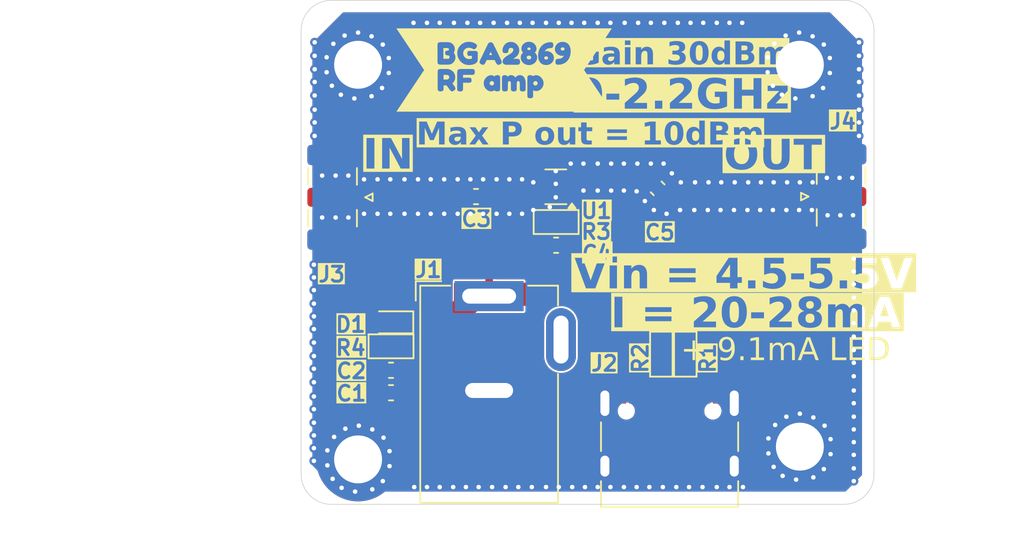
<source format=kicad_pcb>
(kicad_pcb (version 20241229) (generator "pcbnew") (generator_version "9.0")
  (layers (0 "F.Cu" signal) (2 "B.Cu" signal) (13 "F.Paste" user) (15 "B.Paste" user) (5 "F.SilkS" user "F.Silkscreen") (7 "B.SilkS" user "B.Silkscreen") (1 "F.Mask" user) (3 "B.Mask" user) (25 "Edge.Cuts" user))
  (net 0 "")
  (net 1 "+5V")
  (net 2 "Earth")
  (net 3 "Net-(C3-Pad1)")
  (net 4 "Net-(J3-In)")
  (net 5 "Net-(U1-Vcc)")
  (net 6 "Net-(J4-In)")
  (net 7 "Net-(C5-Pad1)")
  (net 8 "Net-(D1-A)")
  (net 11 "Net-(J2-CC2)")
  (net 13 "Net-(J2-CC1)")
  (footprint "Package_TO_SOT_SMD:SOT-363_SC-70-6" (layer "F.Cu") (at 138.95 59.6 180)
    (property "Reference" "U1" (at -2.719436 -1.608079 0) (layer "F.SilkS" knockout) (effects (font (thickness 0.2) (bold yes))))
    (property "Value" "BGA2869")
    (pad "1" smd roundrect (at -0.95 -0.65 180) (size 0.65 0.4) (layers "F.Cu" "F.Mask" "F.Paste") (net 5 "Net-(U1-Vcc)"))
    (pad "2" smd roundrect (at -0.95 0 180) (size 0.65 0.4) (layers "F.Cu" "F.Mask" "F.Paste") (net 2 "Earth"))
    (pad "3" smd roundrect (at -0.95 0.65 180) (size 0.65 0.4) (layers "F.Cu" "F.Mask" "F.Paste") (net 7 "Net-(C5-Pad1)"))
    (pad "4" smd roundrect (at 0.95 0.65 180) (size 0.65 0.4) (layers "F.Cu" "F.Mask" "F.Paste") (net 2 "Earth"))
    (pad "5" smd roundrect (at 0.95 0 180) (size 0.65 0.4) (layers "F.Cu" "F.Mask" "F.Paste") (net 2 "Earth"))
    (pad "6" smd roundrect (at 0.95 -0.65 180) (size 0.65 0.4) (layers "F.Cu" "F.Mask" "F.Paste") (net 3 "Net-(C3-Pad1)"))
  )
  (footprint "LED_SMD:LED_0603_1608Metric" (layer "F.Cu") (at 127.95 68.65 180)
    (property "Reference" "D1" (at 2.7 -0.15 0) (layer "F.SilkS" knockout) (effects (font (thickness 0.2) (bold yes))))
    (property "Value" "LED")
    (pad "1" smd roundrect (at -0.7875 0 180) (size 0.875 0.95) (layers "F.Cu" "F.Mask" "F.Paste") (net 2 "Earth"))
    (pad "2" smd roundrect (at 0.7875 0 180) (size 0.875 0.95) (layers "F.Cu" "F.Mask" "F.Paste") (net 8 "Net-(D1-A)"))
  )
  (footprint "Connector_USB:USB_C_Receptacle_G-Switch_GT-USB-7010ASV" (layer "F.Cu") (at 146.55 77.175)
    (property "Reference" "J2" (at -4.35 -5.775 180) (layer "F.SilkS" knockout) (effects (font (thickness 0.2) (bold yes))))
    (property "Value" "USB_C_Receptacle_USB2.0_16P")
    (pad "" np_thru_hole circle (at -2.89 -2.605) (size 0.65 0.65) (drill 0.65) (layers "*.Cu" "*.Mask"))
    (pad "" np_thru_hole circle (at 2.89 -2.605) (size 0.65 0.65) (drill 0.65) (layers "*.Cu" "*.Mask"))
    (pad "A1" smd rect (at -3.2 -3.725) (size 0.6 1.24) (layers "F.Cu" "F.Mask" "F.Paste") (net 2 "Earth"))
    (pad "A4" smd rect (at -2.4 -3.725) (size 0.6 1.24) (layers "F.Cu" "F.Mask" "F.Paste") (net 1 "+5V"))
    (pad "A5" smd rect (at -1.25 -3.725) (size 0.3 1.24) (layers "F.Cu" "F.Mask" "F.Paste") (net 13 "Net-(J2-CC1)"))
    (pad "A6" smd rect (at -0.25 -3.725) (size 0.3 1.24) (layers "F.Cu" "F.Mask" "F.Paste"))
    (pad "A7" smd rect (at 0.25 -3.725) (size 0.3 1.24) (layers "F.Cu" "F.Mask" "F.Paste"))
    (pad "A8" smd rect (at 1.25 -3.725) (size 0.3 1.24) (layers "F.Cu" "F.Mask" "F.Paste"))
    (pad "A9" smd rect (at 2.4 -3.725) (size 0.6 1.24) (layers "F.Cu" "F.Mask" "F.Paste") (net 1 "+5V"))
    (pad "A12" smd rect (at 3.2 -3.725) (size 0.6 1.24) (layers "F.Cu" "F.Mask" "F.Paste") (net 2 "Earth"))
    (pad "B1" smd rect (at 3.2 -3.725) (size 0.6 1.24) (layers "F.Cu" "F.Mask" "F.Paste") (net 2 "Earth"))
    (pad "B4" smd rect (at 2.4 -3.725) (size 0.6 1.24) (layers "F.Cu" "F.Mask" "F.Paste") (net 1 "+5V"))
    (pad "B5" smd rect (at 1.75 -3.725) (size 0.3 1.24) (layers "F.Cu" "F.Mask" "F.Paste") (net 11 "Net-(J2-CC2)"))
    (pad "B6" smd rect (at 0.75 -3.725) (size 0.3 1.24) (layers "F.Cu" "F.Mask" "F.Paste"))
    (pad "B7" smd rect (at -0.75 -3.725) (size 0.3 1.24) (layers "F.Cu" "F.Mask" "F.Paste"))
    (pad "B8" smd rect (at -1.75 -3.725) (size 0.3 1.24) (layers "F.Cu" "F.Mask" "F.Paste"))
    (pad "B9" smd rect (at -2.4 -3.725) (size 0.6 1.24) (layers "F.Cu" "F.Mask" "F.Paste") (net 1 "+5V"))
    (pad "B12" smd rect (at -3.2 -3.725) (size 0.6 1.24) (layers "F.Cu" "F.Mask" "F.Paste") (net 2 "Earth"))
    (pad "S1" thru_hole oval (at -4.32 -3.125) (size 1 2.1) (drill oval 0.6 1.7) (property pad_prop_heatsink) (layers "*.Cu" "*.Mask") (net 2 "Earth"))
    (pad "S1" thru_hole oval (at -4.32 1.075) (size 1 1.8) (drill oval 0.6 1.4) (property pad_prop_heatsink) (layers "*.Cu" "*.Mask") (net 2 "Earth"))
    (pad "S1" thru_hole oval (at 4.32 -3.125) (size 1 2.1) (drill oval 0.6 1.7) (property pad_prop_heatsink) (layers "*.Cu" "*.Mask") (net 2 "Earth"))
    (pad "S1" thru_hole oval (at 4.32 1.075) (size 1 1.8) (drill oval 0.6 1.4) (property pad_prop_heatsink) (layers "*.Cu" "*.Mask") (net 2 "Earth"))
  )
  (footprint "MountingHole:MountingHole_3.2mm_M3_DIN965_Pad_TopBottom" (layer "F.Cu") (at 155.25 76.95)
    (property "Reference" "H2" (hide yes))
    (property "Value" "MountingHole_M3_3.2mm_Pad")
    (pad "1" thru_hole circle (at 0 0) (size 3.6 3.6) (drill 3.2) (layers "*.Cu" "*.Mask") (net 2 "Earth"))
    (pad "1" connect circle (at 0 0) (size 5.6 5.6) (layers "F.Cu" "F.Mask") (net 2 "Earth"))
    (pad "1" connect circle (at 0 0) (size 5.6 5.6) (layers "B.Cu" "B.Mask") (net 2 "Earth"))
  )
  (footprint "Connector_Coaxial:SMA_Samtec_SMA-J-P-H-ST-EM1_EdgeMount" (layer "F.Cu") (at 123.9625 60.3 180)
    (property "Reference" "J3" (at -0.025 -5.15 0) (layer "F.SilkS" knockout) (effects (font (thickness 0.2) (bold yes))))
    (property "Value" "Conn_Coaxial")
    (pad "1" smd roundrect (at 0 0 270) (size 1.27 3.2) (layers "F.Cu" "F.Mask") (roundrect_rratio 0.1968503937) (net 4 "Net-(J3-In)"))
    (pad "2" smd roundrect (at -0.25 -2.825 270) (size 1.35 3.7) (layers "F.Cu" "F.Mask") (roundrect_rratio 0.1851851852) (net 2 "Earth"))
    (pad "2" smd roundrect (at -0.25 -2.825 270) (size 1.35 3.7) (layers "B.Cu" "B.Mask") (roundrect_rratio 0.1851851852) (net 2 "Earth"))
    (pad "2" smd roundrect (at -0.25 2.825 270) (size 1.35 3.7) (layers "F.Cu" "F.Mask") (roundrect_rratio 0.1851851852) (net 2 "Earth"))
    (pad "2" smd roundrect (at -0.25 2.825 270) (size 1.35 3.7) (layers "B.Cu" "B.Mask") (roundrect_rratio 0.1851851852) (net 2 "Earth"))
  )
  (footprint "PCM_Resistor_SMD_AKL:R_0603_1608Metric" (layer "F.Cu") (at 147.55 70.775 90)
    (property "Reference" "R1" (at -0.275 1.55 90) (layer "F.SilkS" knockout) (effects (font (thickness 0.2) (bold yes))))
    (property "Value" "5.1K" (hide yes))
    (pad "1" smd roundrect (at -0.825 0 90) (size 0.8 0.95) (layers "F.Cu" "F.Mask" "F.Paste") (net 11 "Net-(J2-CC2)"))
    (pad "2" smd roundrect (at 0.825 0 90) (size 0.8 0.95) (layers "F.Cu" "F.Mask" "F.Paste") (net 2 "Earth"))
  )
  (footprint "PCM_Resistor_SMD_AKL:R_0603_1608Metric" (layer "F.Cu") (at 138.975 61.95)
    (property "Reference" "R3" (at 2.675 0.65 0) (layer "F.SilkS" knockout) (effects (font (thickness 0.2) (bold yes))))
    (property "Value" "0R" (hide yes))
    (pad "1" smd roundrect (at -0.825 0) (size 0.8 0.95) (layers "F.Cu" "F.Mask" "F.Paste") (net 1 "+5V"))
    (pad "2" smd roundrect (at 0.825 0) (size 0.8 0.95) (layers "F.Cu" "F.Mask" "F.Paste") (net 5 "Net-(U1-Vcc)"))
  )
  (footprint "MountingHole:MountingHole_3.2mm_M3_DIN965_Pad_TopBottom" (layer "F.Cu") (at 125.75 51.45)
    (property "Reference" "H4" (hide yes))
    (property "Value" "MountingHole:MountingHole_3.2mm_M3_DIN965_Pad_TopBottom")
    (pad "1" thru_hole circle (at 0 0) (size 3.6 3.6) (drill 3.2) (layers "*.Cu" "*.Mask") (net 2 "Earth"))
    (pad "1" connect circle (at 0 0) (size 5.6 5.6) (layers "F.Cu" "F.Mask") (net 2 "Earth"))
    (pad "1" connect circle (at 0 0) (size 5.6 5.6) (layers "B.Cu" "B.Mask") (net 2 "Earth"))
  )
  (footprint "PCM_Resistor_SMD_AKL:R_0603_1608Metric" (layer "F.Cu") (at 146.05 70.775 90)
    (property "Reference" "R2" (at -0.275 -1.45 270) (layer "F.SilkS" knockout) (effects (font (thickness 0.2) (bold yes))))
    (property "Value" "5.1K" (hide yes))
    (pad "1" smd roundrect (at -0.825 0 90) (size 0.8 0.95) (layers "F.Cu" "F.Mask" "F.Paste") (net 13 "Net-(J2-CC1)"))
    (pad "2" smd roundrect (at 0.825 0 90) (size 0.8 0.95) (layers "F.Cu" "F.Mask" "F.Paste") (net 2 "Earth"))
  )
  (footprint "Capacitor_SMD:C_0603_1608Metric" (layer "F.Cu") (at 127.95 73.35 180)
    (property "Reference" "C1" (at 2.65 -0.05 0) (layer "F.SilkS" knockout) (effects (font (thickness 0.2) (bold yes))))
    (property "Value" "470pF")
    (pad "1" smd roundrect (at -0.775 0 180) (size 0.9 0.95) (layers "F.Cu" "F.Mask" "F.Paste") (net 1 "+5V"))
    (pad "2" smd roundrect (at 0.775 0 180) (size 0.9 0.95) (layers "F.Cu" "F.Mask" "F.Paste") (net 2 "Earth"))
  )
  (footprint "Capacitor_SMD:C_0603_1608Metric" (layer "F.Cu") (at 127.95 71.85 180)
    (property "Reference" "C2" (at 2.65 -0.05 0) (layer "F.SilkS" knockout) (effects (font (thickness 0.2) (bold yes))))
    (property "Value" "22uF")
    (pad "1" smd roundrect (at -0.775 0 180) (size 0.9 0.95) (layers "F.Cu" "F.Mask" "F.Paste") (net 1 "+5V"))
    (pad "2" smd roundrect (at 0.775 0 180) (size 0.9 0.95) (layers "F.Cu" "F.Mask" "F.Paste") (net 2 "Earth"))
  )
  (footprint "Capacitor_SMD:C_0603_1608Metric" (layer "F.Cu") (at 138.975 63.5 180)
    (property "Reference" "C4" (at -2.725 -0.55 0) (layer "F.SilkS" knockout) (effects (font (thickness 0.2) (bold yes))))
    (property "Value" "470pF")
    (pad "1" smd roundrect (at -0.775 0 180) (size 0.9 0.95) (layers "F.Cu" "F.Mask" "F.Paste") (net 5 "Net-(U1-Vcc)"))
    (pad "2" smd roundrect (at 0.775 0 180) (size 0.9 0.95) (layers "F.Cu" "F.Mask" "F.Paste") (net 2 "Earth"))
  )
  (footprint "MountingHole:MountingHole_3.2mm_M3_DIN965_Pad_TopBottom" (layer "F.Cu") (at 155.25 51.45)
    (property "Reference" "H3" (hide yes))
    (property "Value" "MountingHole_M3_3.2mm_Pad")
    (pad "1" thru_hole circle (at 0 0) (size 3.6 3.6) (drill 3.2) (layers "*.Cu" "*.Mask") (net 2 "Earth"))
    (pad "1" connect circle (at 0 0) (size 5.6 5.6) (layers "F.Cu" "F.Mask") (net 2 "Earth"))
    (pad "1" connect circle (at 0 0) (size 5.6 5.6) (layers "B.Cu" "B.Mask") (net 2 "Earth"))
  )
  (footprint "PCM_Resistor_SMD_AKL:R_0603_1608Metric" (layer "F.Cu") (at 127.95 70.25)
    (property "Reference" "R4" (at -2.7 0.1 0) (layer "F.SilkS" knockout) (effects (font (thickness 0.2) (bold yes))))
    (property "Value" "330R" (hide yes))
    (pad "1" smd roundrect (at -0.825 0) (size 0.8 0.95) (layers "F.Cu" "F.Mask" "F.Paste") (net 8 "Net-(D1-A)"))
    (pad "2" smd roundrect (at 0.825 0) (size 0.8 0.95) (layers "F.Cu" "F.Mask" "F.Paste") (net 1 "+5V"))
  )
  (footprint "Connector_Coaxial:SMA_Samtec_SMA-J-P-H-ST-EM1_EdgeMount" (layer "F.Cu") (at 158.0875 60.25)
    (property "Reference" "J4" (at 0.025 -5.01 180) (layer "F.SilkS" knockout) (effects (font (thickness 0.2) (bold yes))))
    (property "Value" "Conn_Coaxial")
    (pad "1" smd roundrect (at 0 0 90) (size 1.27 3.2) (layers "F.Cu" "F.Mask") (roundrect_rratio 0.1968503937) (net 6 "Net-(J4-In)"))
    (pad "2" smd roundrect (at -0.25 -2.825 90) (size 1.35 3.7) (layers "F.Cu" "F.Mask") (roundrect_rratio 0.1851851852) (net 2 "Earth"))
    (pad "2" smd roundrect (at -0.25 -2.825 90) (size 1.35 3.7) (layers "B.Cu" "B.Mask") (roundrect_rratio 0.1851851852) (net 2 "Earth"))
    (pad "2" smd roundrect (at -0.25 2.825 90) (size 1.35 3.7) (layers "F.Cu" "F.Mask") (roundrect_rratio 0.1851851852) (net 2 "Earth"))
    (pad "2" smd roundrect (at -0.25 2.825 90) (size 1.35 3.7) (layers "B.Cu" "B.Mask") (roundrect_rratio 0.1851851852) (net 2 "Earth"))
  )
  (footprint "MountingHole:MountingHole_3.2mm_M3_DIN965_Pad_TopBottom" (layer "F.Cu") (at 125.75 77.8)
    (property "Reference" "H1" (hide yes))
    (property "Value" "MountingHole_M3_3.2mm_Pad")
    (pad "1" thru_hole circle (at 0 0) (size 3.6 3.6) (drill 3.2) (layers "*.Cu" "*.Mask") (net 2 "Earth"))
    (pad "1" connect circle (at 0 0) (size 5.6 5.6) (layers "F.Cu" "F.Mask") (net 2 "Earth"))
    (pad "1" connect circle (at 0 0) (size 5.6 5.6) (layers "B.Cu" "B.Mask") (net 2 "Earth"))
  )
  (footprint "kibuzzard-68154E88" (layer "F.Cu") (at 135.5 51.8)
    (property "Reference" "kibuzzard-68154E88" (hide yes))
    (property "Value" "G***" (hide yes))
  )
  (footprint "Connector_BarrelJack:BarrelJack_GCT_DCJ200-10-A_Horizontal" (layer "F.Cu") (at 134.5 66.9)
    (property "Reference" "J1" (at -4.05 -1.75 0) (layer "F.SilkS" knockout) (effects (font (thickness 0.2) (bold yes))))
    (property "Value" "Barrel_Jack_MountingPin")
    (pad "1" thru_hole rect (at 0 0) (size 4.6 2) (drill oval 3.6 1) (layers "*.Cu" "*.Mask") (net 1 "+5V"))
    (pad "2" thru_hole oval (at 0 6.3) (size 4.2 2) (drill oval 3.2 1) (layers "*.Cu" "*.Mask") (net 2 "Earth"))
    (pad "3" thru_hole oval (at 4.8 2.9) (size 2 4.2) (drill oval 1 3.2) (layers "*.Cu" "*.Mask"))
  )
  (footprint "Capacitor_SMD:C_0603_1608Metric" (layer "F.Cu") (at 133.625 60.25 180)
    (property "Reference" "C3" (at -0.025 -1.5 0) (layer "F.SilkS" knockout) (effects (font (thickness 0.2) (bold yes))))
    (property "Value" "470pF")
    (pad "1" smd roundrect (at -0.775 0 180) (size 0.9 0.95) (layers "F.Cu" "F.Mask" "F.Paste") (net 3 "Net-(C3-Pad1)"))
    (pad "2" smd roundrect (at 0.775 0 180) (size 0.9 0.95) (layers "F.Cu" "F.Mask" "F.Paste") (net 4 "Net-(J3-In)"))
  )
  (footprint "Capacitor_SMD:C_0603_1608Metric" (layer "F.Cu") (at 145.751992 59.701992 -45)
    (property "Reference" "C5" (at 2.189214 1.979899 0) (layer "F.SilkS" knockout) (effects (font (thickness 0.2) (bold yes))))
    (property "Value" "470pF")
    (pad "1" smd roundrect (at -0.775 0 315) (size 0.9 0.95) (layers "F.Cu" "F.Mask" "F.Paste") (net 7 "Net-(C5-Pad1)"))
    (pad "2" smd roundrect (at 0.775 0 315) (size 0.9 0.95) (layers "F.Cu" "F.Mask" "F.Paste") (net 6 "Net-(J4-In)"))
  )
  (gr_line (start 121.95 49.15) (end 121.95 78.8) (stroke (width 0.05)) (layer "Edge.Cuts"))
  (gr_arc (start 160.2 78.8) (mid 159.614214 80.214214) (end 158.2 80.8) (stroke (width 0.05)) (layer "Edge.Cuts"))
  (gr_arc (start 158.2 47.15) (mid 159.614214 47.735786) (end 160.2 49.15) (stroke (width 0.05)) (layer "Edge.Cuts"))
  (gr_line (start 158.2 47.15) (end 123.95 47.15) (stroke (width 0.05)) (layer "Edge.Cuts"))
  (gr_line (start 158.2 80.8) (end 123.95 80.8) (stroke (width 0.05)) (layer "Edge.Cuts"))
  (gr_line (start 160.2 78.8) (end 160.2 49.15) (stroke (width 0.05)) (layer "Edge.Cuts"))
  (gr_arc (start 121.95 49.15) (mid 122.535786 47.735786) (end 123.95 47.15) (stroke (width 0.05)) (layer "Edge.Cuts"))
  (gr_arc (start 123.95 80.8) (mid 122.535786 80.214214) (end 121.95 78.8) (stroke (width 0.05)) (layer "Edge.Cuts"))
  (gr_text "OUT" (at 153.45 57.6 0) (layer "F.SilkS" knockout) (effects (font (size 2 2) (thickness 0.2) (bold yes))))
  (gr_text "Max P out = 10dBm" (at 141.25 56.15 0) (layer "F.SilkS" knockout) (effects (font (size 1.5 1.5) (thickness 0.2) (bold yes))))
  (gr_text "0-2.2GHz" (at 147.4 53.55 0) (layer "F.SilkS" knockout) (effects (font (size 2 2) (thickness 0.2) (bold yes))))
  (gr_text "Vin = 4.5-5.5V" (at 151.5 65.55 0) (layer "F.SilkS" knockout) (effects (font (size 2 2) (thickness 0.2) (bold yes))))
  (gr_text "IN" (at 127.75 57.55 0) (layer "F.SilkS" knockout) (effects (font (size 2 2) (thickness 0.2) (bold yes))))
  (gr_text "I = 20-28mA" (at 152.3 68.15 0) (layer "F.SilkS" knockout) (effects (font (size 2 2) (thickness 0.2) (bold yes))))
  (gr_text "+ 9.1mA LED" (at 154.3 70.55 0) (layer "F.SilkS") (effects (font (size 1.5 1.5))))
  (gr_text "Gain 30dBm" (at 147.4 50.8 0) (layer "F.SilkS" knockout) (effects (font (size 1.5 1.5) (thickness 0.2) (bold yes))))
  (segment (start 128.775 70.25) (end 128.775 73.3) (width 0.5032) (layer "F.Cu") (net 1))
  (segment (start 128.775 73.3) (end 128.725 73.35) (width 0.5032) (layer "F.Cu") (net 1))
  (segment (start 138.15 61.95) (end 134.5 65.6) (width 0.5032) (layer "F.Cu") (net 1))
  (segment (start 134.5 65.6) (end 134.5 66.9) (width 0.5032) (layer "F.Cu") (net 1))
  (via (at 140.05 79.65) (size 0.6) (drill 0.3) (layers "F.Cu" "B.Cu") (net 2))
  (via (at 123.7 77.2) (size 0.6) (drill 0.3) (layers "F.Cu" "B.Cu") (net 2))
  (via (at 129.5 79.65) (size 0.6) (drill 0.3) (layers "F.Cu" "B.Cu") (net 2))
  (via (at 122.8 72.65) (size 0.6) (drill 0.3) (layers "F.Cu" "B.Cu") (net 2))
  (via (at 156.8 53) (size 0.6) (drill 0.3) (layers "F.Cu" "B.Cu") (net 2))
  (via (at 158.85 76.65) (size 0.6) (drill 0.3) (layers "F.Cu" "B.Cu") (net 2))
  (via (at 156.85 78.45) (size 0.6) (drill 0.3) (layers "F.Cu" "B.Cu") (net 2))
  (via (at 130.6 61.4) (size 0.6) (drill 0.3) (layers "F.Cu" "B.Cu") (net 2))
  (via (at 147 79.65) (size 0.6) (drill 0.3) (layers "F.Cu" "B.Cu") (net 2))
  (via (at 126.7 79.8) (size 0.6) (drill 0.3) (layers "F.Cu" "B.Cu") (net 2))
  (via (at 122.85 53.5) (size 0.6) (drill 0.3) (layers "F.Cu" "B.Cu") (net 2))
  (via (at 146.35 61.4) (size 0.6) (drill 0.3) (layers "F.Cu" "B.Cu") (net 2))
  (via (at 143.5 59.85) (size 0.6) (drill 0.3) (layers "F.Cu" "B.Cu") (net 2))
  (via (at 126.65 53.55) (size 0.6) (drill 0.3) (layers "F.Cu" "B.Cu") (net 2))
  (via (at 143.5 58.05) (size 0.6) (drill 0.3) (layers "F.Cu" "B.Cu") (net 2))
  (via (at 126.65 49.55) (size 0.6) (drill 0.3) (layers "F.Cu" "B.Cu") (net 2))
  (via (at 157.3 77.45) (size 0.6) (drill 0.3) (layers "F.Cu" "B.Cu") (net 2))
  (via (at 127.35 53) (size 0.6) (drill 0.3) (layers "F.Cu" "B.Cu") (net 2))
  (via (at 136.7 61.4) (size 0.6) (drill 0.3) (layers "F.Cu" "B.Cu") (net 2))
  (via (at 146.2 48.65) (size 0.6) (drill 0.3) (layers "F.Cu" "B.Cu") (net 2))
  (via (at 144.35 79.65) (size 0.6) (drill 0.3) (layers "F.Cu" "B.Cu") (net 2))
  (via (at 134.1 59.1) (size 0.6) (drill 0.3) (layers "F.Cu" "B.Cu") (net 2))
  (via (at 150.55 48.65) (size 0.6) (drill 0.3) (layers "F.Cu" "B.Cu") (net 2))
  (via (at 127.4 79.25) (size 0.6) (drill 0.3) (layers "F.Cu" "B.Cu") (net 2))
  (via (at 151.45 79.65) (size 0.6) (drill 0.3) (layers "F.Cu" "B.Cu") (net 2))
  (via (at 153.5 59.3) (size 0.6) (drill 0.3) (layers "F.Cu" "B.Cu") (net 2))
  (via (at 127.4 50.1) (size 0.6) (drill 0.3) (layers "F.Cu" "B.Cu") (net 2))
  (via (at 126.15 61.4) (size 0.6) (drill 0.3) (layers "F.Cu" "B.Cu") (net 2))
  (via (at 148.75 79.65) (size 0.6) (drill 0.3) (layers "F.Cu" "B.Cu") (net 2))
  (via (at 148.25 59.3) (size 0.6) (drill 0.3) (layers "F.Cu" "B.Cu") (net 2))
  (via (at 135 59.1) (size 0.6) (drill 0.3) (layers "F.Cu" "B.Cu") (net 2))
  (via (at 158.85 68.7) (size 0.6) (drill 0.3) (layers "F.Cu" "B.Cu") (net 2))
  (via (at 128.85 61.4) (size 0.6) (drill 0.3) (layers "F.Cu" "B.Cu") (net 2))
  (via (at 131.5 61.4) (size 0.6) (drill 0.3) (layers "F.Cu" "B.Cu") (net 2))
  (via (at 153.6 75.5) (size 0.6) (drill 0.3) (layers "F.Cu" "B.Cu") (net 2))
  (via (at 151.4 48.65) (size 0.6) (drill 0.3) (layers "F.Cu" "B.Cu") (net 2))
  (via (at 135.85 61.4) (size 0.6) (drill 0.3) (layers "F.Cu" "B.Cu") (net 2))
  (via (at 122.8 77.05) (size 0.6) (drill 0.3) (layers "F.Cu" "B.Cu") (net 2))
  (via (at 148.8 48.65) (size 0.6) (drill 0.3) (layers "F.Cu" "B.Cu") (net 2))
  (via (at 126.7 75.8) (size 0.6) (drill 0.3) (layers "F.Cu" "B.Cu") (net 2))
  (via (at 158.75 59) (size 0.6) (drill 0.3) (layers "F.Cu" "B.Cu") (net 2))
  (via (at 124 52.85) (size 0.6) (drill 0.3) (layers "F.Cu" "B.Cu") (net 2))
  (via (at 123.65 50.95) (size 0.6) (drill 0.3) (layers "F.Cu" "B.Cu") (net 2))
  (via (at 154.95 53.7) (size 0.6) (drill 0.3) (layers "F.Cu" "B.Cu") (net 2))
  (via (at 138.95 59.4) (size 0.6) (drill 0.3) (layers "F.Cu" "B.Cu") (net 2))
  (via (at 127.8 51) (size 0.6) (drill 0.3) (layers "F.Cu" "B.Cu") (net 2))
  (via (at 151.8 59.3) (size 0.6) (drill 0.3) (layers "F.Cu" "B.Cu") (net 2))
  (via (at 125.55 79.95) (size 0.6) (drill 0.3) (layers "F.Cu" "B.Cu") (net 2))
  (via (at 123.65 51.95) (size 0.6) (drill 0.3) (layers "F.Cu" "B.Cu") (net 2))
  (via (at 122.85 50.85) (size 0.6) (drill 0.3) (layers "F.Cu" "B.Cu") (net 2))
  (via (at 153.1 50.95) (size 0.6) (drill 0.3) (layers "F.Cu" "B.Cu") (net 2))
  (via (at 135.85 59.1) (size 0.6) (drill 0.3) (layers "F.Cu" "B.Cu") (net 2))
  (via (at 137.35 79.65) (size 0.6) (drill 0.3) (layers "F.Cu" "B.Cu") (net 2))
  (via (at 145.3 48.65) (size 0.6) (drill 0.3) (layers "F.Cu" "B.Cu") (net 2))
  (via (at 149.7 79.65) (size 0.6) (drill 0.3) (layers "F.Cu" "B.Cu") (net 2))
  (via (at 135.6 79.65) (size 0.6) (drill 0.3) (layers "F.Cu" "B.Cu") (net 2))
  (via (at 122.8 70.9) (size 0.6) (drill 0.3) (layers "F.Cu" "B.Cu") (net 2))
  (via (at 125.8 75.55) (size 0.6) (drill 0.3) (layers "F.Cu" "B.Cu") (net 2))
  (via (at 153.55 50.05) (size 0.6) (drill 0.3) (layers "F.Cu" "B.Cu") (net 2))
  (via (at 122.8 76.2) (size 0.6) (drill 0.3) (layers "F.Cu" "B.Cu") (net 2))
  (via (at 158.85 77.5) (size 0.6) (drill 0.3) (layers "F.Cu" "B.Cu") (net 2))
  (via (at 157.1 61.5) (size 0.6) (drill 0.3) (layers "F.Cu" "B.Cu") (net 2))
  (via (at 130.35 48.65) (size 0.6) (drill 0.3) (layers "F.Cu" "B.Cu") (net 2))
  (via (at 147.25 61.15) (size 0.6) (drill 0.3) (layers "F.Cu" "B.Cu") (net 2))
  (via (at 159.2 52.6) (size 0.6) (drill 0.3) (layers "F.Cu" "B.Cu") (net 2))
  (via (at 124.25 58.85) (size 0.6) (drill 0.3) (layers "F.Cu" "B.Cu") (net 2))
  (via (at 154.35 74.95) (size 0.6) (drill 0.3) (layers "F.Cu" "B.Cu") (net 2))
  (via (at 144.45 48.65) (size 0.6) (drill 0.3) (layers "F.Cu" "B.Cu") (net 2))
  (via (at 124.65 79.7) (size 0.6) (drill 0.3) (layers "F.Cu" "B.Cu") (net 2))
  (via (at 132.4 59.1) (size 0.6) (drill 0.3) (layers "F.Cu" "B.Cu") (net 2))
  (via (at 128.85 59.1) (size 0.6) (drill 0.3) (layers "F.Cu" "B.Cu") (net 2))
  (via (at 123.35 61.65) (size 0.6) (drill 0.3) (layers "F.Cu" "B.Cu") (net 2))
  (via (at 133.25 61.4) (size 0.6) (drill 0.3) (layers "F.Cu" "B.Cu") (net 2))
  (via (at 127.45 76.35) (size 0.6) (drill 0.3) (layers "F.Cu" "B.Cu") (net 2))
  (via (at 124.05 79.1) (size 0.6) (drill 0.3) (layers "F.Cu" "B.Cu") (net 2))
  (via (at 139.15 79.65) (size 0.6) (drill 0.3) (layers "F.Cu" "B.Cu") (net 2))
  (via (at 158.85 72.25) (size 0.6) (drill 0.3) (layers "F.Cu" "B.Cu") (net 2))
  (via (at 127.9 61.4) (size 0.6) (drill 0.3) (layers "F.Cu" "B.Cu") (net 2))
  (via (at 159.2 51.75) (size 0.6) (drill 0.3) (layers "F.Cu" "B.Cu") (net 2))
  (via (at 152.6 61.15) (size 0.6) (drill 0.3) (layers "F.Cu" "B.Cu") (net 2))
  (via (at 157.9 59) (size 0.6) (drill 0.3) (layers "F.Cu" "B.Cu") (net 2))
  (via (at 155.25 59.3) (size 0.6) (drill 0.3) (layers "F.Cu" "B.Cu") (net 2))
  (via (at 145.2 79.65) (size 0.6) (drill 0.3) (layers "F.Cu" "B.Cu") (net 2))
  (via (at 122.8 70) (size 0.6) (drill 0.3) (layers "F.Cu" "B.Cu") (net 2))
  (via (at 154.4 59.3) (size 0.6) (drill 0.3) (layers "F.Cu" "B.Cu") (net 2))
  (via (at 154.35 61.15) (size 0.6) (drill 0.3) (layers "F.Cu" "B.Cu") (net 2))
  (via (at 159.2 50.85) (size 0.6) (drill 0.3) (layers "F.Cu" "B.Cu") (net 2))
  (via (at 159.2 56.2) (size 0.6) (drill 0.3) (layers "F.Cu" "B.Cu") (net 2))
  (via (at 138.95 60.3) (size 0.6) (drill 0.3) (layers "F.Cu" "B.Cu") (net 2))
  (via (at 147.3 59.3) (size 0.6) (drill 0.3) (layers "F.Cu" "B.Cu") (net 2))
  (via (at 129.45 48.65) (size 0.6) (drill 0.3) (layers "F.Cu" "B.Cu") (net 2))
  (via (at 127.85 77.25) (size 0.6) (drill 0.3) (layers "F.Cu" "B.Cu") (net 2))
  (via (at 134.1 61.4) (size 0.6) (drill 0.3) (layers "F.Cu" "B.Cu") (net 2))
  (via (at 125.5 53.7) (size 0.6) (drill 0.3) (layers "F.Cu" "B.Cu") (net 2))
  (via (at 124.25 61.65) (size 0.6) (drill 0.3) (layers "F.Cu" "B.Cu") (net 2))
  (via (at 133.8 79.65) (size 0.6) (drill 0.3) (layers "F.Cu" "B.Cu") (net 2))
  (via (at 145.3 58.05) (size 0.6) (drill 0.3) (layers "F.Cu" "B.Cu") (net 2))
  (via (at 122.85 52.6) (size 0.6) (drill 0.3) (layers "F.Cu" "B.Cu") (net 2))
  (via (at 132.1 79.65) (size 0.6) (drill 0.3) (layers "F.Cu" "B.Cu") (net 2))
  (via (at 157.95 61.5) (size 0.6) (drill 0.3) (layers "F.Cu" "B.Cu") (net 2))
  (via (at 127.05 59.1) (size 0.6) (drill 0.3) (layers "F.Cu" "B.Cu") (net 2))
  (via (at 158.85 74.05) (size 0.6) (drill 0.3) (layers "F.Cu" "B.Cu") (net 2))
  (via (at 125.1 61.65) (size 0.6) (drill 0.3) (layers "F.Cu" "B.Cu") (net 2))
  (via (at 156.15 79) (size 0.6) (drill 0.3) (layers "F.Cu" "B.Cu") (net 2))
  (via (at 158.85 69.6) (size 0.6) (drill 0.3) (layers "F.Cu" "B.Cu") (net 2))
  (via (at 122.8 65.65) (size 0.6) (drill 0.3) (layers "F.Cu" "B.Cu") (net 2))
  (via (at 130.6 59.1) (size 0.6) (drill 0.3) (layers "F.Cu" "B.Cu") (net 2))
  (via (at 158.85 67.85) (size 0.6) (drill 0.3) (layers "F.Cu" "B.Cu") (net 2))
  (via (at 154.3 49.5) (size 0.6) (drill 0.3) (layers "F.Cu" "B.Cu") (net 2))
  (via (at 152.65 59.3) (size 0.6) (drill 0.3) (layers "F.Cu" "B.Cu") (net 2))
  (via (at 141.75 58.05) (size 0.6) (drill 0.3) (layers "F.Cu" "B.Cu") (net 2))
  (via (at 156.15 75) (size 0.6) (drill 0.3) (layers "F.Cu" "B.Cu") (net 2))
  (via (at 137.45 61.15) (size 0.6) (drill 0.3) (layers "F.Cu" "B.Cu") (net 2))
  (via (at 138.95 58.55) (size 0.6) (drill 0.3) (layers "F.Cu" "B.Cu") (net 2))
  (via (at 157.25 51) (size 0.6) (drill 0.3) (layers "F.Cu" "B.Cu") (net 2))
  (via (at 127.85 78.25) (size 0.6) (drill 0.3) (layers "F.Cu" "B.Cu") (net 2))
  (via (at 122.85 54.45) (size 0.6) (drill 0.3) (layers "F.Cu" "B.Cu") (net 2))
  (via (at 127.8 52) (size 0.6) (drill 0.3) (layers "F.Cu" "B.Cu") (net 2))
  (via (at 158.85 79.25) (size 0.6) (drill 0.3) (layers "F.Cu" "B.Cu") (net 2))
  (via (at 136.55 48.65) (size 0.6) (drill 0.3) (layers "F.Cu" "B.Cu") (net 2))
  (via (at 158.85 75.8) (size 0.6) (drill 0.3) (layers "F.Cu" "B.Cu") (net 2))
  (via (at 126.15 59.1) (size 0.6) (drill 0.3) (layers "F.Cu" "B.Cu") (net 2))
  (via (at 131.2 48.65) (size 0.6) (drill 0.3) (layers "F.Cu" "B.Cu") (net 2))
  (via (at 144.9 60.55) (size 0.6) (drill 0.3) (layers "F.Cu" "B.Cu") (net 2))
  (via (at 135.7 48.65) (size 0.6) (drill 0.3) (layers "F.Cu" "B.Cu") (net 2))
  (via (at 158.85 65.25) (size 0.6) (drill 0.3) (layers "F.Cu" "B.Cu") (net 2))
  (via (at 145.5 61.15) (size 0.6) (drill 0.3) (layers "F.Cu" "B.Cu") (net 2))
  (via (at 155 79.15) (size 0.6) (drill 0.3) (layers "F.Cu" "B.Cu") (net 2))
  (via (at 122.85 56.2) (size 0.6) (drill 0.3) (layers "F.Cu" "B.Cu") (net 2))
  (via (at 158.85 71.35) (size 0.6) (drill 0.3) (layers "F.Cu" "B.Cu") (net 2))
  (via (at 153.15 77.4) (size 0.6) (drill 0.3) (layers "F.Cu" "B.Cu") (net 2))
  (via (at 125.1 58.85) (size 0.6) (drill 0.3) (layers "F.Cu" "B.Cu") (net 2))
  (via (at 144.35 59.9) (size 0.6) (drill 0.3) (layers "F.Cu" "B.Cu") (net 2))
  (via (at 133.9 48.65) (size 0.6) (drill 0.3) (layers "F.Cu" "B.Cu") (net 2))
  (via (at 122.8 77.9) (size 0.6) (drill 0.3) (layers "F.Cu" "B.Cu") (net 2))
  (via (at 143.5 79.65) (size 0.6) (drill 0.3) (layers "F.Cu" "B.Cu") (net 2))
  (via (at 122.85 49.95) (size 0.6) (drill 0.3) (layers "F.Cu" "B.Cu") (net 2))
  (via (at 122.8 69.1) (size 0.6) (drill 0.3) (layers "F.Cu" "B.Cu") (net 2))
  (via (at 156.1 49.55) (size 0.6) (drill 0.3) (layers "F.Cu" "B.Cu") (net 2))
  (via (at 157.25 52) (size 0.6) (drill 0.3) (layers "F.Cu" "B.Cu") (net 2))
  (via (at 158.85 74.95) (size 0.6) (drill 0.3) (layers "F.Cu" "B.Cu") (net 2))
  (via (at 147.95 48.65) (size 0.6) (drill 0.3) (layers "F.Cu" "B.Cu") (net 2))
  (via (at 124.15 76.3) (size 0.6) (drill 0.3) (layers "F.Cu" "B.Cu") (net 2))
  (via (at 122.8 73.6) (size 0.6) (drill 0.3) (layers "F.Cu" "B.Cu") (net 2))
  (via (at 122.85 51.75) (size 0.6) (drill 0.3) (layers "F.Cu" "B.Cu") (net 2))
  (via (at 141.75 48.65) (size 0.6) (drill 0.3) (layers "F.Cu" "B.Cu") (net 2))
  (via (at 122.8 71.75) (size 0.6) (drill 0.3) (layers "F.Cu" "B.Cu") (net 2))
  (via (at 159.2 53.5) (size 0.6) (drill 0.3) (layers "F.Cu" "B.Cu") (net 2))
  (via (at 136.7 59.1) (size 0.6) (drill 0.3) (layers "F.Cu" "B.Cu") (net 2))
  (via (at 155.25 74.75) (size 0.6) (drill 0.3) (layers "F.Cu" "B.Cu") (net 2))
  (via (at 158.85 78.4) (size 0.6) (drill 0.3) (layers "F.Cu" "B.Cu") (net 2))
  (via (at 139.95 58.05) (size 0.6) (drill 0.3) (layers "F.Cu" "B.Cu") (net 2))
  (via (at 124.1 50.05) (size 0.6) (drill 0.3) (layers "F.Cu" "B.Cu") (net 2))
  (via (at 130.35 79.65) (size 0.6) (drill 0.3) (layers "F.Cu" "B.Cu") (net 2))
  (via (at 124.85 49.5) (size 0.6) (drill 0.3) (layers "F.Cu" "B.Cu") (net 2))
  (via (at 150 59.3) (size 0.6) (drill 0.3) (layers "F.Cu" "B.Cu") (net 2))
  (via (at 153.15 76.4) (size 0.6) (drill 0.3) (layers "F.Cu" "B.Cu") (net 2))
  (via (at 155.2 49.3) (size 0.6) (drill 0.3) (layers "F.Cu" "B.Cu") (net 2))
  (via (at 155.2 61.15) (size 0.6) (drill 0.3) (layers "F.Cu" "B.Cu") (net 2))
  (via (at 142.65 58.05) (size 0.6) (drill 0.3) (layers "F.Cu" "B.Cu") (net 2))
  (via (at 159.2 55.3) (size 0.6) (drill 0.3) (layers "F.Cu" "B.Cu") (net 2))
  (via (at 139.15 48.65) (size 0.6) (drill 0.3) (layers "F.Cu" "B.Cu") (net 2))
  (via (at 140.9 79.65) (size 0.6) (drill 0.3) (layers "F.Cu" "B.Cu") (net 2))
  (via (at 148.2 61.15) (size 0.6) (drill 0.3) (layers "F.Cu" "B.Cu") (net 2))
  (via (at 122.8 75.35) (size 0.6) (drill 0.3) (layers "F.Cu" "B.Cu") (net 2))
  (via (at 140.8 58.05) (size 0.6) (drill 0.3) (layers "F.Cu" "B.Cu") (net 2))
  (via (at 158.85 70.5) (size 0.6) (drill 0.3) (layers "F.Cu" "B.Cu") (net 2))
  (via (at 147.85 79.65) (size 0.6) (drill 0.3) (layers "F.Cu" "B.Cu") (net 2))
  (via (at 159.2 54.45) (size 0.6) (drill 0.3) (layers "F.Cu" "B.Cu") (net 2))
  (via (at 140.8 59.85) (size 0.6) (drill 0.3) (layers "F.Cu" "B.Cu") (net 2))
  (via (at 154.1 78.9) (size 0.6) (drill 0.3) (layers "F.Cu" "B.Cu") (net 2))
  (via (at 142.6 79.65) (size 0.6) (drill 0.3) (layers "F.Cu" "B.Cu") (net 2))
  (via (at 129.75 59.1) (size 0.6) (drill 0.3) (layers "F.Cu" "B.Cu") (net 2))
  (via (at 132.95 79.65) (size 0.6) (drill 0.3) (layers "F.Cu" "B.Cu") (net 2))
  (via (at 127.05 61.4) (size 0.6) (drill 0.3) (layers "F.Cu" "B.Cu") (net 2))
  (via (at 153.5 78.3) (size 0.6) (drill 0.3) (layers "F.Cu" "B.Cu") (net 2))
  (via (at 158.85 67) (size 0.6) (drill 0.3) (layers "F.Cu" "B.Cu") (net 2))
  (via (at 156.1 53.55) (size 0.6) (drill 0.3) (layers "F.Cu" "B.Cu") (net 2))
  (via (at 122.85 55.3) (size 0.6) (drill 0.3) (layers "F.Cu" "B.Cu") (net 2))
  (via (at 122.8 64.8) (size 0.6) (drill 0.3) (layers "F.Cu" "B.Cu") (net 2))
  (via (at 157.3 76.45) (size 0.6) (drill 0.3) (layers "F.Cu" "B.Cu") (net 2))
  (via (at 132.15 48.65) (size 0.6) (drill 0.3) (layers "F.Cu" "B.Cu") (net 2))
  (via (at 122.8 68.25) (size 0.6) (drill 0.3) (layers "F.Cu" "B.Cu") (net 2))
  (via (at 150.9 59.3) (size 0.6) (drill 0.3) (layers "F.Cu" "B.Cu") (net 2))
  (via (at 159.2 49.95) (size 0.6) (drill 0.3) (layers "F.Cu" "B.Cu") (net 2))
  (via (at 149.1 61.15) (size 0.6) (drill 0.3) (layers "F.Cu" "B.Cu") (net 2))
  (via (at 146.15 58.05) (size 0.6) (drill 0.3) (layers "F.Cu" "B.Cu") (net 2))
  (via (at 154.05 53.45) (size 0.6) (drill 0.3) (layers "F.Cu" "B.Cu") (net 2))
  (via (at 149.15 59.3) (size 0.6) (drill 0.3) (layers "F.Cu" "B.Cu") (net 2))
  (via (at 123.7 78.2) (size 0.6) (drill 0.3) (layers "F.Cu" "B.Cu") (net 2))
  (via (at 136.45 79.65) (size 0.6) (drill 0.3) (layers "F.Cu" "B.Cu") (net 2))
  (via (at 127.9 59.1) (size 0.6) (drill 0.3) (layers "F.Cu" "B.Cu") (net 2))
  (via (at 123.35 58.85) (size 0.6) (drill 0.3) (layers "F.Cu" "B.Cu") (net 2))
  (via (at 150.85 61.15) (size 0.6) (drill 0.3) (layers "F.Cu" "B.Cu") (net 2))
  (via (at 122.8 74.45) (size 0.6) (drill 0.3) (layers "F.Cu" "B.Cu") (net 2))
  (via (at 140 48.65) (size 0.6) (drill 0.3) (layers "F.Cu" "B.Cu") (net 2))
  (via (at 141.75 59.85) (size 0.6) (drill 0.3) (layers "F.Cu" "B.Cu") (net 2))
  (via (at 146.7 58.7) (size 0.6) (drill 0.3) (layers "F.Cu" "B.Cu") (net 2))
  (via (at 137.4 48.65) (size 0.6) (drill 0.3) (layers "F.Cu" "B.Cu") (net 2))
  (via (at 151.75 61.15) (size 0.6) (drill 0.3) (layers "F.Cu" "B.Cu") (net 2))
  (via (at 122.8 66.5) (size 0.6) (drill 0.3) (layers "F.Cu" "B.Cu") (net 2))
  (via (at 149.7 48.65) (size 0.6) (drill 0.3) (layers "F.Cu" "B.Cu") (net 2))
  (via (at 124.6 53.45) (size 0.6) (drill 0.3) (layers "F.Cu" "B.Cu") (net 2))
  (via (at 129.75 61.4) (size 0.6) (drill 0.3) (layers "F.Cu" "B.Cu") (net 2))
  (via (at 140.85 48.65) (size 0.6) (drill 0.3) (layers "F.Cu" "B.Cu") (net 2))
  (via (at 147.1 48.65) (size 0.6) (drill 0.3) (layers "F.Cu" "B.Cu") (net 2))
  (via (at 144.4 58.05) (size 0.6) (drill 0.3) (layers "F.Cu" "B.Cu") (net 2))
  (via (at 156.9 75.55) (size 0.6) (drill 0.3) (layers "F.Cu" "B.Cu") (net 2))
  (via (at 138.55 60.95) (size 0.6) (drill 0.3) (layers "F.Cu" "B.Cu") (net 2))
  (via (at 134.7 79.65) (size 0.6) (drill 0.3) (layers "F.Cu" "B.Cu") (net 2))
  (via (at 156.05 61.15) (size 0.6) (drill 0.3) (layers "F.Cu" "B.Cu") (net 2))
  (via (at 146.1 79.65) (size 0.6) (drill 0.3) (layers "F.Cu" "B.Cu") (net 2))
  (via (at 143.55 48.65) (size 0.6) (drill 0.3) (layers "F.Cu" "B.Cu") (net 2))
  (via (at 158.85 64.4) (size 0.6) (drill 0.3) (layers "F.Cu" "B.Cu") (net 2))
  (via (at 153.45 61.15) (size 0.6) (drill 0.3) (layers "F.Cu" "B.Cu") (net 2))
  (via (at 138.3 48.65) (size 0.6) (drill 0.3) (layers "F.Cu" "B.Cu") (net 2))
  (via (at 158.8 61.5) (size 0.6) (drill 0.3) (layers "F.Cu" "B.Cu") (net 2))
  (via (at 142.65 59.85) (size 0.6) (drill 0.3) (layers "F.Cu" "B.Cu") (net 2))
  (via (at 137.45 59.3) (size 0.6) (drill 0.3) (layers "F.Cu" "B.Cu") (net 2))
  (via (at 150.55 79.65) (size 0.6) (drill 0.3) (layers "F.Cu" "B.Cu") (net 2))
  (via (at 132.4 61.4) (size 0.6) (drill 0.3) (layers "F.Cu" "B.Cu") (net 2))
  (via (at 158.85 66.1) (size 0.6) (drill 0.3) (layers "F.Cu" "B.Cu") (net 2))
  (via (at 149.95 61.15) (size 0.6) (drill 0.3) (layers "F.Cu" "B.Cu") (net 2))
  (via (at 138.3 79.65) (size 0.6) (drill 0.3) (layers "F.Cu" "B.Cu") (net 2))
  (via (at 135 61.4) (size 0.6) (drill 0.3) (layers "F.Cu" "B.Cu") (net 2))
  (via (at 156.1 59.3) (size 0.6) (drill 0.3) (layers "F.Cu" "B.Cu") (net 2))
  (via (at 153.45 52.85) (size 0.6) (drill 0.3) (layers "F.Cu" "B.Cu") (net 2))
  (via (at 153.1 51.95) (size 0.6) (drill 0.3) (layers "F.Cu" "B.Cu") (net 2))
  (via (at 131.5 59.1) (size 0.6) (drill 0.3) (layers "F.Cu" "B.Cu") (net 2))
  (via (at 131.2 79.65) (size 0.6) (drill 0.3) (layers "F.Cu" "B.Cu") (net 2))
  (via (at 133.05 48.65) (size 0.6) (drill 0.3) (layers "F.Cu" "B.Cu") (net 2))
  (via (at 122.8 67.4) (size 0.6) (drill 0.3) (layers "F.Cu" "B.Cu") (net 2))
  (via (at 134.8 48.65) (size 0.6) (drill 0.3) (layers "F.Cu" "B.Cu") (net 2))
  (via (at 141.75 79.65) (size 0.6) (drill 0.3) (layers "F.Cu" "B.Cu") (net 2))
  (via (at 157.05 59) (size 0.6) (drill 0.3) (layers "F.Cu" "B.Cu") (net 2))
  (via (at 158.85 73.2) (size 0.6) (drill 0.3) (layers "F.Cu" "B.Cu") (net 2))
  (via (at 156.85 50.1) (size 0.6) (drill 0.3) (layers "F.Cu" "B.Cu") (net 2))
  (via (at 142.6 48.65) (size 0.6) (drill 0.3) (layers "F.Cu" "B.Cu") (net 2))
  (via (at 124.9 75.75) (size 0.6) (drill 0.3) (layers "F.Cu" "B.Cu") (net 2))
  (via (at 125.75 49.3) (size 0.6) (drill 0.3) (layers "F.Cu" "B.Cu") (net 2))
  (via (at 133.25 59.1) (size 0.6) (drill 0.3) (layers "F.Cu" "B.Cu") (net 2))
  (segment (start 134.4 60.25) (end 138 60.25) (width 0.5032) (layer "F.Cu") (net 3))
  (segment (start 123.9625 60.3) (end 132.8 60.3) (width 0.5032) (layer "F.Cu") (net 4))
  (segment (start 132.8 60.3) (end 132.85 60.25) (width 0.5032) (layer "F.Cu") (net 4))
  (segment (start 139.75 62) (end 139.8 61.95) (width 0.5032) (layer "F.Cu") (net 5))
  (segment (start 139.75 63.5) (end 139.75 62) (width 0.5032) (layer "F.Cu") (net 5))
  (segment (start 139.9 60.25) (end 139.9 61.85) (width 0.5032) (layer "F.Cu") (net 5))
  (segment (start 139.9 61.85) (end 139.8 61.95) (width 0.5032) (layer "F.Cu") (net 5))
  (segment (start 146.3 60.25) (end 158.0875 60.25) (width 0.5032) (layer "F.Cu") (net 6))
  (segment (start 139.9 58.95) (end 145 58.95) (width 0.5032) (layer "F.Cu") (net 7))
  (segment (start 145 58.95) (end 145.203984 59.153984) (width 0.5032) (layer "F.Cu") (net 7))
  (segment (start 127.1625 70.2125) (end 127.125 70.25) (width 0.2) (layer "F.Cu") (net 8))
  (segment (start 127.1625 68.65) (end 127.1625 70.2125) (width 0.2) (layer "F.Cu") (net 8))
  (segment (start 147.55 71.6) (end 148.3 72.35) (width 0.2) (layer "F.Cu") (net 11))
  (segment (start 148.3 72.35) (end 148.3 73.45) (width 0.2) (layer "F.Cu") (net 11))
  (segment (start 145.3 72.35) (end 145.3 73.45) (width 0.2) (layer "F.Cu") (net 13))
  (segment (start 146.05 71.6) (end 145.3 72.35) (width 0.2) (layer "F.Cu") (net 13))
  (zone (net 1) (net_name "+5V") (layer "F.Cu") (priority 100) (connect_pads yes (clearance 0.127)) (min_thickness 0.127) (fill yes (thermal_gap 0.5) (thermal_bridge_width 0.5))
    (polygon (pts (xy 127.95 70.25) (xy 128.6 69.6) (xy 129.75 69.6) (xy 132.15 67.2) (xy 132.15 66) (xy 141.2 66) (xy 144.6 69.4) (xy 144.6 74.05) (xy 144.75 74.2) (xy 148.35 74.2) (xy 148.55 74) (xy 148.55 72.7) (xy 148.7 72.55) (xy 149.15 72.55) (xy 149.4 72.8) (xy 149.4 74.2) (xy 148.1 75.5) (xy 144.75 75.5) (xy 143.8 74.55) (xy 143.8 72.8) (xy 143.35 72.35) (xy 143.35 70.5) (xy 140.4 67.55) (xy 134.05 67.55) (xy 130.7 70.9) (xy 128.2 70.9) (xy 127.95 70.65)))
  )
  (zone (net 2) (net_name "Earth") (layers "F.Cu" "B.Cu") (connect_pads yes (clearance 0.127)) (min_thickness 0.127) (fill yes (thermal_gap 0.5) (thermal_bridge_width 0.5) (island_removal_mode 1) (island_area_min 10))
    (polygon (pts (xy 122.7 50) (xy 124.75 47.95) (xy 157.25 47.95) (xy 159.4 50.1) (xy 159.4 78.85) (xy 158.3 79.95) (xy 124.45 79.95) (xy 122.7 78.2)))
  )
)
</source>
